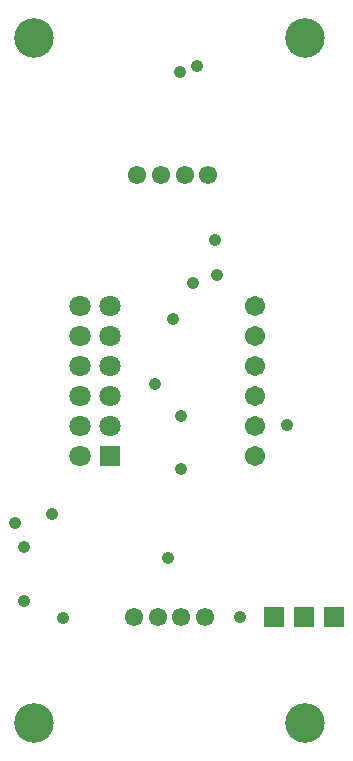
<source format=gbr>
G04 DesignSpark PCB PRO Gerber Version 10.0 Build 5299*
G04 #@! TF.Part,Single*
G04 #@! TF.FileFunction,Soldermask,Bot*
G04 #@! TF.FilePolarity,Negative*
%FSLAX36Y36*%
%MOIN*%
G04 #@! TA.AperFunction,ComponentPad*
%ADD24R,0.06600X0.06600*%
%ADD20R,0.07096X0.07096*%
G04 #@! TA.AperFunction,ViaPad*
%ADD70C,0.04143*%
G04 #@! TA.AperFunction,ComponentPad*
%ADD23C,0.06112*%
%ADD22C,0.06702*%
%ADD21C,0.07096*%
G04 #@! TA.AperFunction,WasherPad*
%ADD71C,0.13198*%
G04 #@! TD.AperFunction*
X0Y0D02*
D02*
D70*
X216535Y905512D03*
X248031Y645669D03*
Y826772D03*
X342520Y937008D03*
X377953Y590551D03*
X685039Y1370079D03*
X728346Y791339D03*
X746063Y1586614D03*
X767717Y2409449D03*
X771654Y1086614D03*
Y1263780D03*
X811024Y1708661D03*
X822835Y2429134D03*
X885827Y1850394D03*
X889764Y1734252D03*
X968504Y594488D03*
X1125984Y1232283D03*
D02*
D71*
X279528Y240157D03*
Y2523622D03*
X1185039Y240157D03*
Y2523622D03*
D02*
D20*
X535433Y1131890D03*
D02*
D21*
X435433D03*
Y1231890D03*
Y1331890D03*
Y1431890D03*
Y1531890D03*
Y1631890D03*
X535433Y1231890D03*
Y1331890D03*
Y1431890D03*
Y1531890D03*
Y1631890D03*
D02*
D22*
X1017717Y1131890D03*
Y1231890D03*
Y1331890D03*
Y1431890D03*
Y1531890D03*
Y1631890D03*
D02*
D23*
X614173Y594488D03*
X625984Y2066929D03*
X692913Y594488D03*
X704724Y2066929D03*
X771654Y594488D03*
X783465Y2066929D03*
X850394Y594488D03*
X862205Y2066929D03*
D02*
D24*
X1082677Y594488D03*
X1182677D03*
X1282677D03*
X0Y0D02*
M02*

</source>
